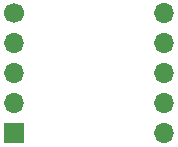
<source format=gbs>
%TF.GenerationSoftware,KiCad,Pcbnew,(5.1.6-0-10_14)*%
%TF.CreationDate,2022-03-22T21:21:40-04:00*%
%TF.ProjectId,MPPT Chip,4d505054-2043-4686-9970-2e6b69636164,v01*%
%TF.SameCoordinates,Original*%
%TF.FileFunction,Soldermask,Bot*%
%TF.FilePolarity,Negative*%
%FSLAX46Y46*%
G04 Gerber Fmt 4.6, Leading zero omitted, Abs format (unit mm)*
G04 Created by KiCad (PCBNEW (5.1.6-0-10_14)) date 2022-03-22 21:21:40*
%MOMM*%
%LPD*%
G01*
G04 APERTURE LIST*
%ADD10C,1.700000*%
%ADD11O,1.700000X1.700000*%
%ADD12R,1.700000X1.700000*%
G04 APERTURE END LIST*
D10*
%TO.C,J1*%
X68272660Y-91203780D03*
D11*
X80972660Y-91203780D03*
X68272660Y-93743780D03*
X80972660Y-93743780D03*
X68272660Y-96283780D03*
X80972660Y-96283780D03*
X68272660Y-98823780D03*
X80972660Y-98823780D03*
D12*
X68272660Y-101363780D03*
D11*
X80972660Y-101363780D03*
%TD*%
M02*

</source>
